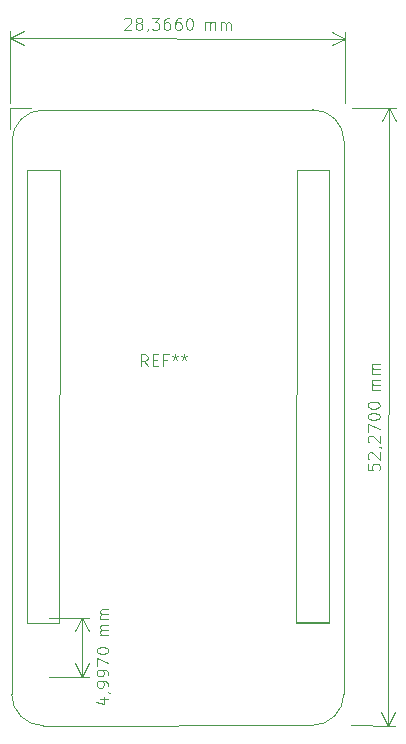
<source format=gbr>
%TF.GenerationSoftware,KiCad,Pcbnew,(7.0.0)*%
%TF.CreationDate,2023-02-19T19:08:13+01:00*%
%TF.ProjectId,Trial_ESP32,54726961-6c5f-4455-9350-33322e6b6963,rev?*%
%TF.SameCoordinates,Original*%
%TF.FileFunction,Legend,Top*%
%TF.FilePolarity,Positive*%
%FSLAX46Y46*%
G04 Gerber Fmt 4.6, Leading zero omitted, Abs format (unit mm)*
G04 Created by KiCad (PCBNEW (7.0.0)) date 2023-02-19 19:08:13*
%MOMM*%
%LPD*%
G01*
G04 APERTURE LIST*
%ADD10C,0.100000*%
%ADD11C,0.120000*%
G04 APERTURE END LIST*
D10*
%TO.C,REF\u002A\u002A*%
X29146666Y-43047380D02*
X28813333Y-42571190D01*
X28575238Y-43047380D02*
X28575238Y-42047380D01*
X28575238Y-42047380D02*
X28956190Y-42047380D01*
X28956190Y-42047380D02*
X29051428Y-42095000D01*
X29051428Y-42095000D02*
X29099047Y-42142619D01*
X29099047Y-42142619D02*
X29146666Y-42237857D01*
X29146666Y-42237857D02*
X29146666Y-42380714D01*
X29146666Y-42380714D02*
X29099047Y-42475952D01*
X29099047Y-42475952D02*
X29051428Y-42523571D01*
X29051428Y-42523571D02*
X28956190Y-42571190D01*
X28956190Y-42571190D02*
X28575238Y-42571190D01*
X29575238Y-42523571D02*
X29908571Y-42523571D01*
X30051428Y-43047380D02*
X29575238Y-43047380D01*
X29575238Y-43047380D02*
X29575238Y-42047380D01*
X29575238Y-42047380D02*
X30051428Y-42047380D01*
X30813333Y-42523571D02*
X30480000Y-42523571D01*
X30480000Y-43047380D02*
X30480000Y-42047380D01*
X30480000Y-42047380D02*
X30956190Y-42047380D01*
X31480000Y-42047380D02*
X31480000Y-42285476D01*
X31241905Y-42190238D02*
X31480000Y-42285476D01*
X31480000Y-42285476D02*
X31718095Y-42190238D01*
X31337143Y-42475952D02*
X31480000Y-42285476D01*
X31480000Y-42285476D02*
X31622857Y-42475952D01*
X32241905Y-42047380D02*
X32241905Y-42285476D01*
X32003810Y-42190238D02*
X32241905Y-42285476D01*
X32241905Y-42285476D02*
X32480000Y-42190238D01*
X32099048Y-42475952D02*
X32241905Y-42285476D01*
X32241905Y-42285476D02*
X32384762Y-42475952D01*
D11*
X17534000Y-21217000D02*
X19284000Y-21217000D01*
X17534000Y-22967000D02*
X17534000Y-21217000D01*
X17664000Y-24007000D02*
X17644000Y-70807000D01*
X18923000Y-64743000D02*
X21663000Y-64743000D01*
X18923000Y-64770000D02*
X21663000Y-64770000D01*
X18923000Y-64770000D02*
X21663000Y-64770000D01*
X18954000Y-26447000D02*
X18923000Y-64770000D01*
X20324000Y-21347000D02*
X43130000Y-21320000D01*
X21663000Y-64770000D02*
X21694000Y-26447000D01*
X21694000Y-26447000D02*
X18954000Y-26447000D01*
X21694000Y-26447000D02*
X18954000Y-26447000D01*
X41729000Y-64716000D02*
X44469000Y-64716000D01*
X41729000Y-64743000D02*
X44469000Y-64743000D01*
X41729000Y-64743000D02*
X44469000Y-64743000D01*
X41760000Y-26420000D02*
X41729000Y-64743000D01*
X43110000Y-73440000D02*
X20304000Y-73467000D01*
X44469000Y-64743000D02*
X44500000Y-26420000D01*
X44500000Y-26420000D02*
X41760000Y-26420000D01*
X45790000Y-23980000D02*
X45770000Y-70780000D01*
X20324000Y-21347000D02*
G75*
G03*
X17664000Y-24007000I0J-2660000D01*
G01*
X17644000Y-70807000D02*
G75*
G03*
X20304000Y-73467000I2660000J0D01*
G01*
X45790000Y-23980000D02*
G75*
G03*
X43130000Y-21320000I-2660000J0D01*
G01*
X43110000Y-73440000D02*
G75*
G03*
X45770000Y-70780000I0J2660000D01*
G01*
D10*
X25160714Y-71205713D02*
X25827380Y-71205713D01*
X24779761Y-71443808D02*
X25494047Y-71681903D01*
X25494047Y-71681903D02*
X25494047Y-71062856D01*
X25779761Y-70634284D02*
X25827380Y-70634284D01*
X25827380Y-70634284D02*
X25922619Y-70681903D01*
X25922619Y-70681903D02*
X25970238Y-70729522D01*
X25827380Y-70158094D02*
X25827380Y-69967618D01*
X25827380Y-69967618D02*
X25779761Y-69872380D01*
X25779761Y-69872380D02*
X25732142Y-69824761D01*
X25732142Y-69824761D02*
X25589285Y-69729523D01*
X25589285Y-69729523D02*
X25398809Y-69681904D01*
X25398809Y-69681904D02*
X25017857Y-69681904D01*
X25017857Y-69681904D02*
X24922619Y-69729523D01*
X24922619Y-69729523D02*
X24875000Y-69777142D01*
X24875000Y-69777142D02*
X24827380Y-69872380D01*
X24827380Y-69872380D02*
X24827380Y-70062856D01*
X24827380Y-70062856D02*
X24875000Y-70158094D01*
X24875000Y-70158094D02*
X24922619Y-70205713D01*
X24922619Y-70205713D02*
X25017857Y-70253332D01*
X25017857Y-70253332D02*
X25255952Y-70253332D01*
X25255952Y-70253332D02*
X25351190Y-70205713D01*
X25351190Y-70205713D02*
X25398809Y-70158094D01*
X25398809Y-70158094D02*
X25446428Y-70062856D01*
X25446428Y-70062856D02*
X25446428Y-69872380D01*
X25446428Y-69872380D02*
X25398809Y-69777142D01*
X25398809Y-69777142D02*
X25351190Y-69729523D01*
X25351190Y-69729523D02*
X25255952Y-69681904D01*
X25827380Y-69205713D02*
X25827380Y-69015237D01*
X25827380Y-69015237D02*
X25779761Y-68919999D01*
X25779761Y-68919999D02*
X25732142Y-68872380D01*
X25732142Y-68872380D02*
X25589285Y-68777142D01*
X25589285Y-68777142D02*
X25398809Y-68729523D01*
X25398809Y-68729523D02*
X25017857Y-68729523D01*
X25017857Y-68729523D02*
X24922619Y-68777142D01*
X24922619Y-68777142D02*
X24875000Y-68824761D01*
X24875000Y-68824761D02*
X24827380Y-68919999D01*
X24827380Y-68919999D02*
X24827380Y-69110475D01*
X24827380Y-69110475D02*
X24875000Y-69205713D01*
X24875000Y-69205713D02*
X24922619Y-69253332D01*
X24922619Y-69253332D02*
X25017857Y-69300951D01*
X25017857Y-69300951D02*
X25255952Y-69300951D01*
X25255952Y-69300951D02*
X25351190Y-69253332D01*
X25351190Y-69253332D02*
X25398809Y-69205713D01*
X25398809Y-69205713D02*
X25446428Y-69110475D01*
X25446428Y-69110475D02*
X25446428Y-68919999D01*
X25446428Y-68919999D02*
X25398809Y-68824761D01*
X25398809Y-68824761D02*
X25351190Y-68777142D01*
X25351190Y-68777142D02*
X25255952Y-68729523D01*
X24827380Y-68396189D02*
X24827380Y-67729523D01*
X24827380Y-67729523D02*
X25827380Y-68158094D01*
X24827380Y-67158094D02*
X24827380Y-67062856D01*
X24827380Y-67062856D02*
X24875000Y-66967618D01*
X24875000Y-66967618D02*
X24922619Y-66919999D01*
X24922619Y-66919999D02*
X25017857Y-66872380D01*
X25017857Y-66872380D02*
X25208333Y-66824761D01*
X25208333Y-66824761D02*
X25446428Y-66824761D01*
X25446428Y-66824761D02*
X25636904Y-66872380D01*
X25636904Y-66872380D02*
X25732142Y-66919999D01*
X25732142Y-66919999D02*
X25779761Y-66967618D01*
X25779761Y-66967618D02*
X25827380Y-67062856D01*
X25827380Y-67062856D02*
X25827380Y-67158094D01*
X25827380Y-67158094D02*
X25779761Y-67253332D01*
X25779761Y-67253332D02*
X25732142Y-67300951D01*
X25732142Y-67300951D02*
X25636904Y-67348570D01*
X25636904Y-67348570D02*
X25446428Y-67396189D01*
X25446428Y-67396189D02*
X25208333Y-67396189D01*
X25208333Y-67396189D02*
X25017857Y-67348570D01*
X25017857Y-67348570D02*
X24922619Y-67300951D01*
X24922619Y-67300951D02*
X24875000Y-67253332D01*
X24875000Y-67253332D02*
X24827380Y-67158094D01*
X25827380Y-65796189D02*
X25160714Y-65796189D01*
X25255952Y-65796189D02*
X25208333Y-65748570D01*
X25208333Y-65748570D02*
X25160714Y-65653332D01*
X25160714Y-65653332D02*
X25160714Y-65510475D01*
X25160714Y-65510475D02*
X25208333Y-65415237D01*
X25208333Y-65415237D02*
X25303571Y-65367618D01*
X25303571Y-65367618D02*
X25827380Y-65367618D01*
X25303571Y-65367618D02*
X25208333Y-65319999D01*
X25208333Y-65319999D02*
X25160714Y-65224761D01*
X25160714Y-65224761D02*
X25160714Y-65081904D01*
X25160714Y-65081904D02*
X25208333Y-64986665D01*
X25208333Y-64986665D02*
X25303571Y-64939046D01*
X25303571Y-64939046D02*
X25827380Y-64939046D01*
X25827380Y-64462856D02*
X25160714Y-64462856D01*
X25255952Y-64462856D02*
X25208333Y-64415237D01*
X25208333Y-64415237D02*
X25160714Y-64319999D01*
X25160714Y-64319999D02*
X25160714Y-64177142D01*
X25160714Y-64177142D02*
X25208333Y-64081904D01*
X25208333Y-64081904D02*
X25303571Y-64034285D01*
X25303571Y-64034285D02*
X25827380Y-64034285D01*
X25303571Y-64034285D02*
X25208333Y-63986666D01*
X25208333Y-63986666D02*
X25160714Y-63891428D01*
X25160714Y-63891428D02*
X25160714Y-63748571D01*
X25160714Y-63748571D02*
X25208333Y-63653332D01*
X25208333Y-63653332D02*
X25303571Y-63605713D01*
X25303571Y-63605713D02*
X25827380Y-63605713D01*
X20793000Y-64323000D02*
X24206420Y-64323000D01*
X20793000Y-69320000D02*
X24206420Y-69320000D01*
X23620000Y-64323000D02*
X23620000Y-69320000D01*
X23620000Y-64323000D02*
X23620000Y-69320000D01*
X23620000Y-64323000D02*
X24206421Y-65449504D01*
X23620000Y-64323000D02*
X23033579Y-65449504D01*
X23620000Y-69320000D02*
X23033579Y-68193496D01*
X23620000Y-69320000D02*
X24206421Y-68193496D01*
X27185049Y-13648822D02*
X27232707Y-13601242D01*
X27232707Y-13601242D02*
X27327983Y-13553700D01*
X27327983Y-13553700D02*
X27566078Y-13553893D01*
X27566078Y-13553893D02*
X27661278Y-13601589D01*
X27661278Y-13601589D02*
X27708858Y-13649247D01*
X27708858Y-13649247D02*
X27756400Y-13744523D01*
X27756400Y-13744523D02*
X27756323Y-13839762D01*
X27756323Y-13839762D02*
X27708588Y-13982580D01*
X27708588Y-13982580D02*
X27136696Y-14553545D01*
X27136696Y-14553545D02*
X27755744Y-14554047D01*
X28327635Y-13983082D02*
X28232436Y-13935386D01*
X28232436Y-13935386D02*
X28184856Y-13887728D01*
X28184856Y-13887728D02*
X28137314Y-13792451D01*
X28137314Y-13792451D02*
X28137352Y-13744832D01*
X28137352Y-13744832D02*
X28185049Y-13649633D01*
X28185049Y-13649633D02*
X28232706Y-13602053D01*
X28232706Y-13602053D02*
X28327983Y-13554511D01*
X28327983Y-13554511D02*
X28518459Y-13554665D01*
X28518459Y-13554665D02*
X28613659Y-13602361D01*
X28613659Y-13602361D02*
X28661239Y-13650019D01*
X28661239Y-13650019D02*
X28708781Y-13745296D01*
X28708781Y-13745296D02*
X28708742Y-13792915D01*
X28708742Y-13792915D02*
X28661046Y-13888114D01*
X28661046Y-13888114D02*
X28613388Y-13935695D01*
X28613388Y-13935695D02*
X28518112Y-13983236D01*
X28518112Y-13983236D02*
X28327635Y-13983082D01*
X28327635Y-13983082D02*
X28232359Y-14030624D01*
X28232359Y-14030624D02*
X28184701Y-14078204D01*
X28184701Y-14078204D02*
X28137005Y-14173404D01*
X28137005Y-14173404D02*
X28136850Y-14363880D01*
X28136850Y-14363880D02*
X28184392Y-14459156D01*
X28184392Y-14459156D02*
X28231973Y-14506814D01*
X28231973Y-14506814D02*
X28327172Y-14554510D01*
X28327172Y-14554510D02*
X28517648Y-14554665D01*
X28517648Y-14554665D02*
X28612925Y-14507123D01*
X28612925Y-14507123D02*
X28660583Y-14459543D01*
X28660583Y-14459543D02*
X28708279Y-14364343D01*
X28708279Y-14364343D02*
X28708433Y-14173867D01*
X28708433Y-14173867D02*
X28660891Y-14078590D01*
X28660891Y-14078590D02*
X28613311Y-14030933D01*
X28613311Y-14030933D02*
X28518112Y-13983236D01*
X29184353Y-14507586D02*
X29184315Y-14555205D01*
X29184315Y-14555205D02*
X29136618Y-14650405D01*
X29136618Y-14650405D02*
X29088961Y-14697985D01*
X29518458Y-13555476D02*
X30137506Y-13555978D01*
X30137506Y-13555978D02*
X29803864Y-13936660D01*
X29803864Y-13936660D02*
X29946721Y-13936776D01*
X29946721Y-13936776D02*
X30041920Y-13984472D01*
X30041920Y-13984472D02*
X30089501Y-14032130D01*
X30089501Y-14032130D02*
X30137042Y-14127406D01*
X30137042Y-14127406D02*
X30136849Y-14365501D01*
X30136849Y-14365501D02*
X30089153Y-14460701D01*
X30089153Y-14460701D02*
X30041495Y-14508281D01*
X30041495Y-14508281D02*
X29946219Y-14555823D01*
X29946219Y-14555823D02*
X29660505Y-14555591D01*
X29660505Y-14555591D02*
X29565305Y-14507895D01*
X29565305Y-14507895D02*
X29517725Y-14460238D01*
X30994648Y-13556673D02*
X30804172Y-13556518D01*
X30804172Y-13556518D02*
X30708896Y-13604060D01*
X30708896Y-13604060D02*
X30661238Y-13651641D01*
X30661238Y-13651641D02*
X30565884Y-13794421D01*
X30565884Y-13794421D02*
X30518111Y-13984858D01*
X30518111Y-13984858D02*
X30517802Y-14365810D01*
X30517802Y-14365810D02*
X30565343Y-14461087D01*
X30565343Y-14461087D02*
X30612924Y-14508745D01*
X30612924Y-14508745D02*
X30708123Y-14556441D01*
X30708123Y-14556441D02*
X30898599Y-14556595D01*
X30898599Y-14556595D02*
X30993876Y-14509054D01*
X30993876Y-14509054D02*
X31041534Y-14461473D01*
X31041534Y-14461473D02*
X31089230Y-14366274D01*
X31089230Y-14366274D02*
X31089423Y-14128179D01*
X31089423Y-14128179D02*
X31041881Y-14032902D01*
X31041881Y-14032902D02*
X30994301Y-13985244D01*
X30994301Y-13985244D02*
X30899101Y-13937548D01*
X30899101Y-13937548D02*
X30708625Y-13937394D01*
X30708625Y-13937394D02*
X30613349Y-13984935D01*
X30613349Y-13984935D02*
X30565691Y-14032516D01*
X30565691Y-14032516D02*
X30517995Y-14127715D01*
X31947029Y-13557445D02*
X31756553Y-13557291D01*
X31756553Y-13557291D02*
X31661276Y-13604832D01*
X31661276Y-13604832D02*
X31613619Y-13652413D01*
X31613619Y-13652413D02*
X31518265Y-13795193D01*
X31518265Y-13795193D02*
X31470491Y-13985630D01*
X31470491Y-13985630D02*
X31470182Y-14366583D01*
X31470182Y-14366583D02*
X31517724Y-14461859D01*
X31517724Y-14461859D02*
X31565305Y-14509517D01*
X31565305Y-14509517D02*
X31660504Y-14557213D01*
X31660504Y-14557213D02*
X31850980Y-14557368D01*
X31850980Y-14557368D02*
X31946257Y-14509826D01*
X31946257Y-14509826D02*
X31993914Y-14462245D01*
X31993914Y-14462245D02*
X32041611Y-14367046D01*
X32041611Y-14367046D02*
X32041804Y-14128951D01*
X32041804Y-14128951D02*
X31994262Y-14033674D01*
X31994262Y-14033674D02*
X31946682Y-13986016D01*
X31946682Y-13986016D02*
X31851482Y-13938320D01*
X31851482Y-13938320D02*
X31661006Y-13938166D01*
X31661006Y-13938166D02*
X31565729Y-13985708D01*
X31565729Y-13985708D02*
X31518072Y-14033288D01*
X31518072Y-14033288D02*
X31470375Y-14128487D01*
X32661315Y-13558024D02*
X32756553Y-13558102D01*
X32756553Y-13558102D02*
X32851752Y-13605798D01*
X32851752Y-13605798D02*
X32899333Y-13653455D01*
X32899333Y-13653455D02*
X32946874Y-13748732D01*
X32946874Y-13748732D02*
X32994339Y-13939247D01*
X32994339Y-13939247D02*
X32994146Y-14177342D01*
X32994146Y-14177342D02*
X32946372Y-14367780D01*
X32946372Y-14367780D02*
X32898676Y-14462979D01*
X32898676Y-14462979D02*
X32851018Y-14510559D01*
X32851018Y-14510559D02*
X32755742Y-14558101D01*
X32755742Y-14558101D02*
X32660504Y-14558024D01*
X32660504Y-14558024D02*
X32565304Y-14510328D01*
X32565304Y-14510328D02*
X32517724Y-14462670D01*
X32517724Y-14462670D02*
X32470182Y-14367393D01*
X32470182Y-14367393D02*
X32422717Y-14176879D01*
X32422717Y-14176879D02*
X32422911Y-13938783D01*
X32422911Y-13938783D02*
X32470684Y-13748346D01*
X32470684Y-13748346D02*
X32518380Y-13653147D01*
X32518380Y-13653147D02*
X32566038Y-13605566D01*
X32566038Y-13605566D02*
X32661315Y-13558024D01*
X34022408Y-14559128D02*
X34022949Y-13892462D01*
X34022871Y-13987700D02*
X34070529Y-13940119D01*
X34070529Y-13940119D02*
X34165806Y-13892578D01*
X34165806Y-13892578D02*
X34308663Y-13892693D01*
X34308663Y-13892693D02*
X34403862Y-13940390D01*
X34403862Y-13940390D02*
X34451404Y-14035666D01*
X34451404Y-14035666D02*
X34450979Y-14559476D01*
X34451404Y-14035666D02*
X34499100Y-13940467D01*
X34499100Y-13940467D02*
X34594377Y-13892925D01*
X34594377Y-13892925D02*
X34737234Y-13893041D01*
X34737234Y-13893041D02*
X34832434Y-13940737D01*
X34832434Y-13940737D02*
X34879975Y-14036014D01*
X34879975Y-14036014D02*
X34879551Y-14559823D01*
X35355741Y-14560209D02*
X35356281Y-13893543D01*
X35356204Y-13988781D02*
X35403862Y-13941201D01*
X35403862Y-13941201D02*
X35499138Y-13893659D01*
X35499138Y-13893659D02*
X35641995Y-13893775D01*
X35641995Y-13893775D02*
X35737195Y-13941471D01*
X35737195Y-13941471D02*
X35784737Y-14036747D01*
X35784737Y-14036747D02*
X35784312Y-14560557D01*
X35784737Y-14036747D02*
X35832433Y-13941548D01*
X35832433Y-13941548D02*
X35927710Y-13894006D01*
X35927710Y-13894006D02*
X36070567Y-13894122D01*
X36070567Y-13894122D02*
X36165766Y-13941818D01*
X36165766Y-13941818D02*
X36213308Y-14037095D01*
X36213308Y-14037095D02*
X36212883Y-14560904D01*
X17534405Y-20717000D02*
X17539290Y-14691963D01*
X45900405Y-20740000D02*
X45905290Y-14714963D01*
X17538815Y-15278383D02*
X45904815Y-15301383D01*
X17538815Y-15278383D02*
X45904815Y-15301383D01*
X17538815Y-15278383D02*
X18665794Y-14692876D01*
X17538815Y-15278383D02*
X18664843Y-15865717D01*
X45904815Y-15301383D02*
X44777836Y-15886890D01*
X45904815Y-15301383D02*
X44778787Y-14714049D01*
X47797789Y-51341850D02*
X47797151Y-51818040D01*
X47797151Y-51818040D02*
X48273278Y-51866297D01*
X48273278Y-51866297D02*
X48225722Y-51818614D01*
X48225722Y-51818614D02*
X48178231Y-51723312D01*
X48178231Y-51723312D02*
X48178550Y-51485217D01*
X48178550Y-51485217D02*
X48226296Y-51390043D01*
X48226296Y-51390043D02*
X48273979Y-51342488D01*
X48273979Y-51342488D02*
X48369281Y-51294996D01*
X48369281Y-51294996D02*
X48607376Y-51295315D01*
X48607376Y-51295315D02*
X48702550Y-51343062D01*
X48702550Y-51343062D02*
X48750105Y-51390744D01*
X48750105Y-51390744D02*
X48797597Y-51486046D01*
X48797597Y-51486046D02*
X48797278Y-51724141D01*
X48797278Y-51724141D02*
X48749531Y-51819315D01*
X48749531Y-51819315D02*
X48701849Y-51866871D01*
X47893601Y-50913406D02*
X47846046Y-50865724D01*
X47846046Y-50865724D02*
X47798554Y-50770422D01*
X47798554Y-50770422D02*
X47798873Y-50532327D01*
X47798873Y-50532327D02*
X47846620Y-50437153D01*
X47846620Y-50437153D02*
X47894303Y-50389597D01*
X47894303Y-50389597D02*
X47989604Y-50342106D01*
X47989604Y-50342106D02*
X48084842Y-50342233D01*
X48084842Y-50342233D02*
X48227636Y-50390044D01*
X48227636Y-50390044D02*
X48798298Y-50962237D01*
X48798298Y-50962237D02*
X48799127Y-50343190D01*
X48752146Y-49866936D02*
X48799765Y-49867000D01*
X48799765Y-49867000D02*
X48894939Y-49914746D01*
X48894939Y-49914746D02*
X48942495Y-49962429D01*
X47895514Y-49484837D02*
X47847959Y-49437154D01*
X47847959Y-49437154D02*
X47800467Y-49341852D01*
X47800467Y-49341852D02*
X47800786Y-49103757D01*
X47800786Y-49103757D02*
X47848533Y-49008583D01*
X47848533Y-49008583D02*
X47896216Y-48961028D01*
X47896216Y-48961028D02*
X47991517Y-48913536D01*
X47991517Y-48913536D02*
X48086755Y-48913664D01*
X48086755Y-48913664D02*
X48229549Y-48961474D01*
X48229549Y-48961474D02*
X48800212Y-49533667D01*
X48800212Y-49533667D02*
X48801041Y-48914620D01*
X47801488Y-48579948D02*
X47802381Y-47913282D01*
X47802381Y-47913282D02*
X48801806Y-48343192D01*
X47803146Y-47341854D02*
X47803273Y-47246616D01*
X47803273Y-47246616D02*
X47851020Y-47151442D01*
X47851020Y-47151442D02*
X47898703Y-47103886D01*
X47898703Y-47103886D02*
X47994005Y-47056395D01*
X47994005Y-47056395D02*
X48184544Y-47009031D01*
X48184544Y-47009031D02*
X48422639Y-47009350D01*
X48422639Y-47009350D02*
X48613052Y-47057224D01*
X48613052Y-47057224D02*
X48708226Y-47104970D01*
X48708226Y-47104970D02*
X48755781Y-47152653D01*
X48755781Y-47152653D02*
X48803273Y-47247955D01*
X48803273Y-47247955D02*
X48803145Y-47343193D01*
X48803145Y-47343193D02*
X48755398Y-47438367D01*
X48755398Y-47438367D02*
X48707716Y-47485923D01*
X48707716Y-47485923D02*
X48612414Y-47533414D01*
X48612414Y-47533414D02*
X48421874Y-47580778D01*
X48421874Y-47580778D02*
X48183779Y-47580459D01*
X48183779Y-47580459D02*
X47993367Y-47532585D01*
X47993367Y-47532585D02*
X47898193Y-47484838D01*
X47898193Y-47484838D02*
X47850637Y-47437156D01*
X47850637Y-47437156D02*
X47803146Y-47341854D01*
X47804421Y-46389474D02*
X47804549Y-46294236D01*
X47804549Y-46294236D02*
X47852295Y-46199061D01*
X47852295Y-46199061D02*
X47899978Y-46151506D01*
X47899978Y-46151506D02*
X47995280Y-46104015D01*
X47995280Y-46104015D02*
X48185820Y-46056651D01*
X48185820Y-46056651D02*
X48423915Y-46056970D01*
X48423915Y-46056970D02*
X48614327Y-46104844D01*
X48614327Y-46104844D02*
X48709501Y-46152590D01*
X48709501Y-46152590D02*
X48757057Y-46200273D01*
X48757057Y-46200273D02*
X48804548Y-46295575D01*
X48804548Y-46295575D02*
X48804420Y-46390813D01*
X48804420Y-46390813D02*
X48756674Y-46485987D01*
X48756674Y-46485987D02*
X48708991Y-46533542D01*
X48708991Y-46533542D02*
X48613689Y-46581034D01*
X48613689Y-46581034D02*
X48423150Y-46628398D01*
X48423150Y-46628398D02*
X48185054Y-46628079D01*
X48185054Y-46628079D02*
X47994642Y-46580205D01*
X47994642Y-46580205D02*
X47899468Y-46532458D01*
X47899468Y-46532458D02*
X47851913Y-46484775D01*
X47851913Y-46484775D02*
X47804421Y-46389474D01*
X48806244Y-45028909D02*
X48139578Y-45028017D01*
X48234816Y-45028144D02*
X48187261Y-44980461D01*
X48187261Y-44980461D02*
X48139770Y-44885160D01*
X48139770Y-44885160D02*
X48139961Y-44742302D01*
X48139961Y-44742302D02*
X48187707Y-44647128D01*
X48187707Y-44647128D02*
X48283009Y-44599637D01*
X48283009Y-44599637D02*
X48806818Y-44600338D01*
X48283009Y-44599637D02*
X48187835Y-44551890D01*
X48187835Y-44551890D02*
X48140343Y-44456588D01*
X48140343Y-44456588D02*
X48140535Y-44313731D01*
X48140535Y-44313731D02*
X48188281Y-44218557D01*
X48188281Y-44218557D02*
X48283583Y-44171066D01*
X48283583Y-44171066D02*
X48807392Y-44171767D01*
X48808030Y-43695578D02*
X48141364Y-43694685D01*
X48236602Y-43694812D02*
X48189047Y-43647129D01*
X48189047Y-43647129D02*
X48141555Y-43551828D01*
X48141555Y-43551828D02*
X48141746Y-43408971D01*
X48141746Y-43408971D02*
X48189493Y-43313796D01*
X48189493Y-43313796D02*
X48284795Y-43266305D01*
X48284795Y-43266305D02*
X48808604Y-43267006D01*
X48284795Y-43266305D02*
X48189621Y-43218558D01*
X48189621Y-43218558D02*
X48142129Y-43123257D01*
X48142129Y-43123257D02*
X48142320Y-42980400D01*
X48142320Y-42980400D02*
X48190067Y-42885225D01*
X48190067Y-42885225D02*
X48285369Y-42837734D01*
X48285369Y-42837734D02*
X48809178Y-42838435D01*
X46420000Y-21190670D02*
X50157203Y-21195675D01*
X46350000Y-73460670D02*
X50087203Y-73465675D01*
X49570783Y-21194889D02*
X49500783Y-73464889D01*
X49570783Y-21194889D02*
X49500783Y-73464889D01*
X49570783Y-21194889D02*
X50155695Y-22322177D01*
X49570783Y-21194889D02*
X48982854Y-22320606D01*
X49500783Y-73464889D02*
X48915871Y-72337601D01*
X49500783Y-73464889D02*
X50088712Y-72339172D01*
%TD*%
M02*

</source>
